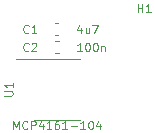
<source format=gto>
G04 #@! TF.GenerationSoftware,KiCad,Pcbnew,5.1.2-f72e74a~84~ubuntu16.04.1*
G04 #@! TF.CreationDate,2019-07-19T18:16:20+01:00*
G04 #@! TF.ProjectId,DigitalPot,44696769-7461-46c5-906f-742e6b696361,rev?*
G04 #@! TF.SameCoordinates,Original*
G04 #@! TF.FileFunction,Legend,Top*
G04 #@! TF.FilePolarity,Positive*
%FSLAX46Y46*%
G04 Gerber Fmt 4.6, Leading zero omitted, Abs format (unit mm)*
G04 Created by KiCad (PCBNEW 5.1.2-f72e74a~84~ubuntu16.04.1) date 2019-07-19 18:16:20*
%MOMM*%
%LPD*%
G04 APERTURE LIST*
%ADD10C,0.120000*%
%ADD11C,0.110000*%
G04 APERTURE END LIST*
D10*
X150622000Y-66782000D02*
X147172000Y-66782000D01*
X150622000Y-66782000D02*
X152572000Y-66782000D01*
X150622000Y-71902000D02*
X148672000Y-71902000D01*
X150622000Y-71902000D02*
X152572000Y-71902000D01*
X150759279Y-64772000D02*
X150433721Y-64772000D01*
X150759279Y-63752000D02*
X150433721Y-63752000D01*
X150784779Y-65276000D02*
X150459221Y-65276000D01*
X150784779Y-66296000D02*
X150459221Y-66296000D01*
D11*
X157454666Y-62800666D02*
X157454666Y-62100666D01*
X157454666Y-62434000D02*
X157854666Y-62434000D01*
X157854666Y-62800666D02*
X157854666Y-62100666D01*
X158554666Y-62800666D02*
X158154666Y-62800666D01*
X158354666Y-62800666D02*
X158354666Y-62100666D01*
X158288000Y-62200666D01*
X158221333Y-62267333D01*
X158154666Y-62300666D01*
X146174666Y-69875333D02*
X146741333Y-69875333D01*
X146808000Y-69842000D01*
X146841333Y-69808666D01*
X146874666Y-69742000D01*
X146874666Y-69608666D01*
X146841333Y-69542000D01*
X146808000Y-69508666D01*
X146741333Y-69475333D01*
X146174666Y-69475333D01*
X146874666Y-68775333D02*
X146874666Y-69175333D01*
X146874666Y-68975333D02*
X146174666Y-68975333D01*
X146274666Y-69042000D01*
X146341333Y-69108666D01*
X146374666Y-69175333D01*
X146922000Y-72706666D02*
X146922000Y-72006666D01*
X147155333Y-72506666D01*
X147388666Y-72006666D01*
X147388666Y-72706666D01*
X148122000Y-72640000D02*
X148088666Y-72673333D01*
X147988666Y-72706666D01*
X147922000Y-72706666D01*
X147822000Y-72673333D01*
X147755333Y-72606666D01*
X147722000Y-72540000D01*
X147688666Y-72406666D01*
X147688666Y-72306666D01*
X147722000Y-72173333D01*
X147755333Y-72106666D01*
X147822000Y-72040000D01*
X147922000Y-72006666D01*
X147988666Y-72006666D01*
X148088666Y-72040000D01*
X148122000Y-72073333D01*
X148422000Y-72706666D02*
X148422000Y-72006666D01*
X148688666Y-72006666D01*
X148755333Y-72040000D01*
X148788666Y-72073333D01*
X148822000Y-72140000D01*
X148822000Y-72240000D01*
X148788666Y-72306666D01*
X148755333Y-72340000D01*
X148688666Y-72373333D01*
X148422000Y-72373333D01*
X149422000Y-72240000D02*
X149422000Y-72706666D01*
X149255333Y-71973333D02*
X149088666Y-72473333D01*
X149522000Y-72473333D01*
X150155333Y-72706666D02*
X149755333Y-72706666D01*
X149955333Y-72706666D02*
X149955333Y-72006666D01*
X149888666Y-72106666D01*
X149822000Y-72173333D01*
X149755333Y-72206666D01*
X150755333Y-72006666D02*
X150622000Y-72006666D01*
X150555333Y-72040000D01*
X150522000Y-72073333D01*
X150455333Y-72173333D01*
X150422000Y-72306666D01*
X150422000Y-72573333D01*
X150455333Y-72640000D01*
X150488666Y-72673333D01*
X150555333Y-72706666D01*
X150688666Y-72706666D01*
X150755333Y-72673333D01*
X150788666Y-72640000D01*
X150822000Y-72573333D01*
X150822000Y-72406666D01*
X150788666Y-72340000D01*
X150755333Y-72306666D01*
X150688666Y-72273333D01*
X150555333Y-72273333D01*
X150488666Y-72306666D01*
X150455333Y-72340000D01*
X150422000Y-72406666D01*
X151488666Y-72706666D02*
X151088666Y-72706666D01*
X151288666Y-72706666D02*
X151288666Y-72006666D01*
X151222000Y-72106666D01*
X151155333Y-72173333D01*
X151088666Y-72206666D01*
X151788666Y-72440000D02*
X152322000Y-72440000D01*
X153022000Y-72706666D02*
X152622000Y-72706666D01*
X152822000Y-72706666D02*
X152822000Y-72006666D01*
X152755333Y-72106666D01*
X152688666Y-72173333D01*
X152622000Y-72206666D01*
X153455333Y-72006666D02*
X153522000Y-72006666D01*
X153588666Y-72040000D01*
X153622000Y-72073333D01*
X153655333Y-72140000D01*
X153688666Y-72273333D01*
X153688666Y-72440000D01*
X153655333Y-72573333D01*
X153622000Y-72640000D01*
X153588666Y-72673333D01*
X153522000Y-72706666D01*
X153455333Y-72706666D01*
X153388666Y-72673333D01*
X153355333Y-72640000D01*
X153322000Y-72573333D01*
X153288666Y-72440000D01*
X153288666Y-72273333D01*
X153322000Y-72140000D01*
X153355333Y-72073333D01*
X153388666Y-72040000D01*
X153455333Y-72006666D01*
X154288666Y-72240000D02*
X154288666Y-72706666D01*
X154122000Y-71973333D02*
X153955333Y-72473333D01*
X154388666Y-72473333D01*
X148226500Y-64512000D02*
X148193166Y-64545333D01*
X148093166Y-64578666D01*
X148026500Y-64578666D01*
X147926500Y-64545333D01*
X147859833Y-64478666D01*
X147826500Y-64412000D01*
X147793166Y-64278666D01*
X147793166Y-64178666D01*
X147826500Y-64045333D01*
X147859833Y-63978666D01*
X147926500Y-63912000D01*
X148026500Y-63878666D01*
X148093166Y-63878666D01*
X148193166Y-63912000D01*
X148226500Y-63945333D01*
X148893166Y-64578666D02*
X148493166Y-64578666D01*
X148693166Y-64578666D02*
X148693166Y-63878666D01*
X148626500Y-63978666D01*
X148559833Y-64045333D01*
X148493166Y-64078666D01*
X152684166Y-64112000D02*
X152684166Y-64578666D01*
X152517500Y-63845333D02*
X152350833Y-64345333D01*
X152784166Y-64345333D01*
X153350833Y-64112000D02*
X153350833Y-64578666D01*
X153050833Y-64112000D02*
X153050833Y-64478666D01*
X153084166Y-64545333D01*
X153150833Y-64578666D01*
X153250833Y-64578666D01*
X153317500Y-64545333D01*
X153350833Y-64512000D01*
X153617500Y-63878666D02*
X154084166Y-63878666D01*
X153784166Y-64578666D01*
X148226500Y-66036000D02*
X148193166Y-66069333D01*
X148093166Y-66102666D01*
X148026500Y-66102666D01*
X147926500Y-66069333D01*
X147859833Y-66002666D01*
X147826500Y-65936000D01*
X147793166Y-65802666D01*
X147793166Y-65702666D01*
X147826500Y-65569333D01*
X147859833Y-65502666D01*
X147926500Y-65436000D01*
X148026500Y-65402666D01*
X148093166Y-65402666D01*
X148193166Y-65436000D01*
X148226500Y-65469333D01*
X148493166Y-65469333D02*
X148526500Y-65436000D01*
X148593166Y-65402666D01*
X148759833Y-65402666D01*
X148826500Y-65436000D01*
X148859833Y-65469333D01*
X148893166Y-65536000D01*
X148893166Y-65602666D01*
X148859833Y-65702666D01*
X148459833Y-66102666D01*
X148893166Y-66102666D01*
X152750833Y-66102666D02*
X152350833Y-66102666D01*
X152550833Y-66102666D02*
X152550833Y-65402666D01*
X152484166Y-65502666D01*
X152417500Y-65569333D01*
X152350833Y-65602666D01*
X153184166Y-65402666D02*
X153250833Y-65402666D01*
X153317500Y-65436000D01*
X153350833Y-65469333D01*
X153384166Y-65536000D01*
X153417500Y-65669333D01*
X153417500Y-65836000D01*
X153384166Y-65969333D01*
X153350833Y-66036000D01*
X153317500Y-66069333D01*
X153250833Y-66102666D01*
X153184166Y-66102666D01*
X153117500Y-66069333D01*
X153084166Y-66036000D01*
X153050833Y-65969333D01*
X153017500Y-65836000D01*
X153017500Y-65669333D01*
X153050833Y-65536000D01*
X153084166Y-65469333D01*
X153117500Y-65436000D01*
X153184166Y-65402666D01*
X153850833Y-65402666D02*
X153917500Y-65402666D01*
X153984166Y-65436000D01*
X154017500Y-65469333D01*
X154050833Y-65536000D01*
X154084166Y-65669333D01*
X154084166Y-65836000D01*
X154050833Y-65969333D01*
X154017500Y-66036000D01*
X153984166Y-66069333D01*
X153917500Y-66102666D01*
X153850833Y-66102666D01*
X153784166Y-66069333D01*
X153750833Y-66036000D01*
X153717500Y-65969333D01*
X153684166Y-65836000D01*
X153684166Y-65669333D01*
X153717500Y-65536000D01*
X153750833Y-65469333D01*
X153784166Y-65436000D01*
X153850833Y-65402666D01*
X154384166Y-65636000D02*
X154384166Y-66102666D01*
X154384166Y-65702666D02*
X154417500Y-65669333D01*
X154484166Y-65636000D01*
X154584166Y-65636000D01*
X154650833Y-65669333D01*
X154684166Y-65736000D01*
X154684166Y-66102666D01*
M02*

</source>
